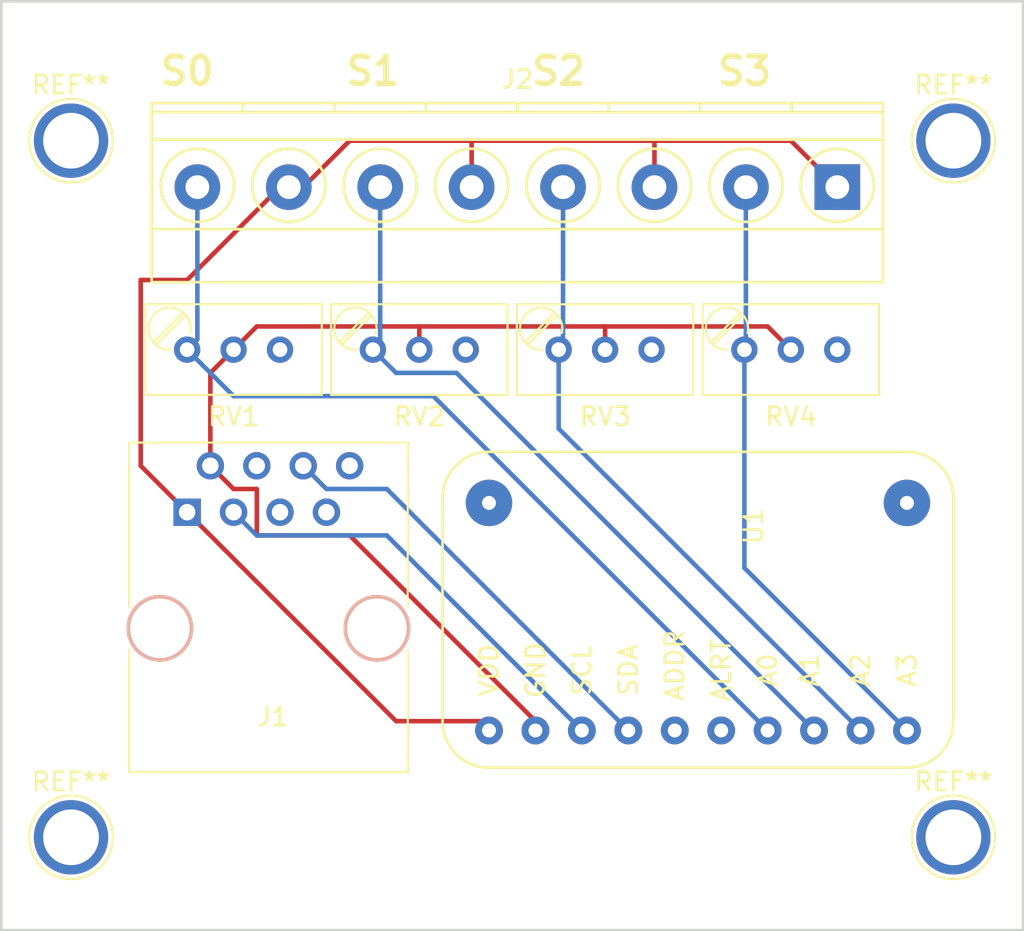
<source format=kicad_pcb>
(kicad_pcb (version 4) (host pcbnew 4.0.6)

  (general
    (links 20)
    (no_connects 0)
    (area 163.544999 63.57 217.455001 110.755)
    (thickness 1.6)
    (drawings 8)
    (tracks 59)
    (zones 0)
    (modules 11)
    (nets 19)
  )

  (page A4)
  (title_block
    (title Stress_Sensor_PCB)
  )

  (layers
    (0 F.Cu signal)
    (31 B.Cu signal)
    (32 B.Adhes user)
    (33 F.Adhes user)
    (34 B.Paste user)
    (35 F.Paste user)
    (36 B.SilkS user)
    (37 F.SilkS user)
    (38 B.Mask user)
    (39 F.Mask user)
    (40 Dwgs.User user)
    (41 Cmts.User user)
    (42 Eco1.User user)
    (43 Eco2.User user)
    (44 Edge.Cuts user)
    (45 Margin user)
    (46 B.CrtYd user)
    (47 F.CrtYd user)
    (48 B.Fab user)
    (49 F.Fab user)
  )

  (setup
    (last_trace_width 0.25)
    (trace_clearance 0.2)
    (zone_clearance 0.508)
    (zone_45_only no)
    (trace_min 0.2)
    (segment_width 0.2)
    (edge_width 0.15)
    (via_size 0.6)
    (via_drill 0.4)
    (via_min_size 0.4)
    (via_min_drill 0.3)
    (uvia_size 0.3)
    (uvia_drill 0.1)
    (uvias_allowed no)
    (uvia_min_size 0.2)
    (uvia_min_drill 0.1)
    (pcb_text_width 0.3)
    (pcb_text_size 1.5 1.5)
    (mod_edge_width 0.15)
    (mod_text_size 1 1)
    (mod_text_width 0.15)
    (pad_size 1.524 1.524)
    (pad_drill 0.762)
    (pad_to_mask_clearance 0.2)
    (aux_axis_origin 0 0)
    (visible_elements 7FFFFFFF)
    (pcbplotparams
      (layerselection 0x00030_80000001)
      (usegerberextensions false)
      (excludeedgelayer true)
      (linewidth 0.100000)
      (plotframeref false)
      (viasonmask false)
      (mode 1)
      (useauxorigin false)
      (hpglpennumber 1)
      (hpglpenspeed 20)
      (hpglpendiameter 15)
      (hpglpenoverlay 2)
      (psnegative false)
      (psa4output false)
      (plotreference true)
      (plotvalue true)
      (plotinvisibletext false)
      (padsonsilk false)
      (subtractmaskfromsilk false)
      (outputformat 1)
      (mirror false)
      (drillshape 1)
      (scaleselection 1)
      (outputdirectory ""))
  )

  (net 0 "")
  (net 1 5V)
  (net 2 GND)
  (net 3 SCL)
  (net 4 "Net-(J1-Pad4)")
  (net 5 "Net-(J1-Pad5)")
  (net 6 SDA)
  (net 7 "Net-(J1-Pad7)")
  (net 8 "Net-(J1-Pad8)")
  (net 9 A0)
  (net 10 A1)
  (net 11 A2)
  (net 12 A3)
  (net 13 "Net-(U1-Pad5)")
  (net 14 "Net-(U1-Pad6)")
  (net 15 "Net-(RV1-Pad3)")
  (net 16 "Net-(RV2-Pad3)")
  (net 17 "Net-(RV3-Pad3)")
  (net 18 "Net-(RV4-Pad3)")

  (net_class Default "This is the default net class."
    (clearance 0.2)
    (trace_width 0.25)
    (via_dia 0.6)
    (via_drill 0.4)
    (uvia_dia 0.3)
    (uvia_drill 0.1)
    (add_net 5V)
    (add_net A0)
    (add_net A1)
    (add_net A2)
    (add_net A3)
    (add_net GND)
    (add_net "Net-(J1-Pad4)")
    (add_net "Net-(J1-Pad5)")
    (add_net "Net-(J1-Pad7)")
    (add_net "Net-(J1-Pad8)")
    (add_net "Net-(RV1-Pad3)")
    (add_net "Net-(RV2-Pad3)")
    (add_net "Net-(RV3-Pad3)")
    (add_net "Net-(RV4-Pad3)")
    (add_net "Net-(U1-Pad5)")
    (add_net "Net-(U1-Pad6)")
    (add_net SCL)
    (add_net SDA)
  )

  (module Potentiometers:Potentiometer_Trimmer_Bourns_3296W (layer F.Cu) (tedit 58826ECB) (tstamp 58EEC084)
    (at 203.2 80.01 180)
    (descr "Spindle Trimmer Potentiometer, Bourns 3296W, https://www.bourns.com/pdfs/3296.pdf")
    (tags "Spindle Trimmer Potentiometer   Bourns 3296W")
    (path /58EC3826)
    (fp_text reference RV4 (at -2.54 -3.66 180) (layer F.SilkS)
      (effects (font (size 1 1) (thickness 0.15)))
    )
    (fp_text value POT (at -2.54 3.67 180) (layer F.Fab)
      (effects (font (size 1 1) (thickness 0.15)))
    )
    (fp_arc (start 0.955 1.15) (end 0.955 2.305) (angle -182) (layer F.SilkS) (width 0.12))
    (fp_arc (start 0.955 1.15) (end -0.174 0.91) (angle -103) (layer F.SilkS) (width 0.12))
    (fp_circle (center 0.955 1.15) (end 2.05 1.15) (layer F.Fab) (width 0.1))
    (fp_line (start -7.305 -2.41) (end -7.305 2.42) (layer F.Fab) (width 0.1))
    (fp_line (start -7.305 2.42) (end 2.225 2.42) (layer F.Fab) (width 0.1))
    (fp_line (start 2.225 2.42) (end 2.225 -2.41) (layer F.Fab) (width 0.1))
    (fp_line (start 2.225 -2.41) (end -7.305 -2.41) (layer F.Fab) (width 0.1))
    (fp_line (start 1.786 0.454) (end 0.259 1.981) (layer F.Fab) (width 0.1))
    (fp_line (start 1.652 0.32) (end 0.125 1.847) (layer F.Fab) (width 0.1))
    (fp_line (start -7.365 -2.47) (end 2.285 -2.47) (layer F.SilkS) (width 0.12))
    (fp_line (start -7.365 2.481) (end 2.285 2.481) (layer F.SilkS) (width 0.12))
    (fp_line (start -7.365 -2.47) (end -7.365 2.481) (layer F.SilkS) (width 0.12))
    (fp_line (start 2.285 -2.47) (end 2.285 2.481) (layer F.SilkS) (width 0.12))
    (fp_line (start 1.831 0.416) (end 0.22 2.026) (layer F.SilkS) (width 0.12))
    (fp_line (start 1.691 0.275) (end 0.079 1.885) (layer F.SilkS) (width 0.12))
    (fp_line (start -7.6 -2.7) (end -7.6 2.7) (layer F.CrtYd) (width 0.05))
    (fp_line (start -7.6 2.7) (end 2.5 2.7) (layer F.CrtYd) (width 0.05))
    (fp_line (start 2.5 2.7) (end 2.5 -2.7) (layer F.CrtYd) (width 0.05))
    (fp_line (start 2.5 -2.7) (end -7.6 -2.7) (layer F.CrtYd) (width 0.05))
    (pad 1 thru_hole circle (at 0 0 180) (size 1.44 1.44) (drill 0.8) (layers *.Cu *.Mask)
      (net 12 A3))
    (pad 2 thru_hole circle (at -2.54 0 180) (size 1.44 1.44) (drill 0.8) (layers *.Cu *.Mask)
      (net 2 GND))
    (pad 3 thru_hole circle (at -5.08 0 180) (size 1.44 1.44) (drill 0.8) (layers *.Cu *.Mask)
      (net 18 "Net-(RV4-Pad3)"))
    (model Potentiometers.3dshapes/Potentiometer_Trimmer_Bourns_3296W.wrl
      (at (xyz 0 0 0))
      (scale (xyz 1 1 1))
      (rotate (xyz 0 0 -90))
    )
  )

  (module ADS1115:ADS1115 (layer F.Cu) (tedit 58ED2B3F) (tstamp 58EEC0A6)
    (at 201.93 102.87 90)
    (path /58EC19D6)
    (fp_text reference U1 (at 13.208 1.778 90) (layer F.SilkS)
      (effects (font (size 1 1) (thickness 0.15)))
    )
    (fp_text value ADS1115 (at 12.7 -2.54 90) (layer F.Fab)
      (effects (font (size 1 1) (thickness 0.15)))
    )
    (fp_line (start 0 -12.7) (end 0 10.16) (layer F.SilkS) (width 0.15))
    (fp_line (start 2.54 12.7) (end 14.986 12.7) (layer F.SilkS) (width 0.15))
    (fp_line (start 17.272 -12.7) (end 17.272 10.16) (layer F.SilkS) (width 0.15))
    (fp_line (start 2.54 -15.24) (end 14.986 -15.24) (layer F.SilkS) (width 0.15))
    (fp_text user A3 (at 5.334 10.16 90) (layer F.SilkS)
      (effects (font (size 1 1) (thickness 0.15)))
    )
    (fp_text user A2 (at 5.334 7.62 90) (layer F.SilkS)
      (effects (font (size 1 1) (thickness 0.15)))
    )
    (fp_text user A1 (at 5.334 4.826 90) (layer F.SilkS)
      (effects (font (size 1 1) (thickness 0.15)))
    )
    (fp_text user A0 (at 5.334 2.54 90) (layer F.SilkS)
      (effects (font (size 1 1) (thickness 0.15)))
    )
    (fp_text user ALRT (at 5.334 0 90) (layer F.SilkS)
      (effects (font (size 1 1) (thickness 0.15)))
    )
    (fp_text user ADDR (at 5.588 -2.54 90) (layer F.SilkS)
      (effects (font (size 1 1) (thickness 0.15)))
    )
    (fp_text user SDA (at 5.334 -5.08 90) (layer F.SilkS)
      (effects (font (size 1 1) (thickness 0.15)))
    )
    (fp_text user SCL (at 5.334 -7.62 90) (layer F.SilkS)
      (effects (font (size 1 1) (thickness 0.15)))
    )
    (fp_text user GND (at 5.334 -10.16 90) (layer F.SilkS)
      (effects (font (size 1 1) (thickness 0.15)))
    )
    (fp_text user VDD (at 5.334 -12.7 90) (layer F.SilkS)
      (effects (font (size 1 1) (thickness 0.15)))
    )
    (fp_arc (start 14.732 10.16) (end 17.272 10.16) (angle 90) (layer F.SilkS) (width 0.15))
    (fp_arc (start 2.54 -12.7) (end 0 -12.7) (angle 90) (layer F.SilkS) (width 0.15))
    (fp_arc (start 14.732 -12.7) (end 14.732 -15.24) (angle 90) (layer F.SilkS) (width 0.15))
    (fp_arc (start 2.54 10.16) (end 2.54 12.7) (angle 90) (layer F.SilkS) (width 0.15))
    (pad 1 thru_hole circle (at 2.032 -12.7 90) (size 1.524 1.524) (drill 0.762) (layers *.Cu *.Mask)
      (net 1 5V))
    (pad 2 thru_hole circle (at 2.032 -10.16 90) (size 1.524 1.524) (drill 0.762) (layers *.Cu *.Mask)
      (net 2 GND))
    (pad 3 thru_hole circle (at 2.032 -7.62 90) (size 1.524 1.524) (drill 0.762) (layers *.Cu *.Mask)
      (net 3 SCL))
    (pad 4 thru_hole circle (at 2.032 -5.08 90) (size 1.524 1.524) (drill 0.762) (layers *.Cu *.Mask)
      (net 6 SDA))
    (pad 5 thru_hole circle (at 2.032 -2.54 90) (size 1.524 1.524) (drill 0.762) (layers *.Cu *.Mask)
      (net 13 "Net-(U1-Pad5)"))
    (pad 6 thru_hole circle (at 2.032 0 90) (size 1.524 1.524) (drill 0.762) (layers *.Cu *.Mask)
      (net 14 "Net-(U1-Pad6)"))
    (pad 7 thru_hole circle (at 2.032 2.54 90) (size 1.524 1.524) (drill 0.762) (layers *.Cu *.Mask)
      (net 9 A0))
    (pad 8 thru_hole circle (at 2.032 5.08 90) (size 1.524 1.524) (drill 0.762) (layers *.Cu *.Mask)
      (net 10 A1))
    (pad 9 thru_hole circle (at 2.032 7.62 90) (size 1.524 1.524) (drill 0.762) (layers *.Cu *.Mask)
      (net 11 A2))
    (pad 10 thru_hole circle (at 2.032 10.16 90) (size 1.524 1.524) (drill 0.762) (layers *.Cu *.Mask)
      (net 12 A3))
    (pad "" np_thru_hole circle (at 14.478 -12.7 90) (size 2.54 2.54) (drill 0.762) (layers *.Cu *.Mask))
    (pad "" np_thru_hole circle (at 14.478 10.16 90) (size 2.54 2.54) (drill 0.762) (layers *.Cu *.Mask))
  )

  (module Connectors:RJ45_8 (layer F.Cu) (tedit 0) (tstamp 58EEBFF6)
    (at 172.72 88.9)
    (tags RJ45)
    (path /58DABE0D)
    (fp_text reference J1 (at 4.7 11.18) (layer F.SilkS)
      (effects (font (size 1 1) (thickness 0.15)))
    )
    (fp_text value RJ45 (at 4.59 6.25) (layer F.Fab)
      (effects (font (size 1 1) (thickness 0.15)))
    )
    (fp_line (start -3.17 14.22) (end 12.07 14.22) (layer F.SilkS) (width 0.12))
    (fp_line (start 12.07 -3.81) (end 12.06 5.18) (layer F.SilkS) (width 0.12))
    (fp_line (start 12.07 -3.81) (end -3.17 -3.81) (layer F.SilkS) (width 0.12))
    (fp_line (start -3.17 -3.81) (end -3.17 5.19) (layer F.SilkS) (width 0.12))
    (fp_line (start 12.06 7.52) (end 12.07 14.22) (layer F.SilkS) (width 0.12))
    (fp_line (start -3.17 7.51) (end -3.17 14.22) (layer F.SilkS) (width 0.12))
    (fp_line (start -3.56 -4.06) (end 12.46 -4.06) (layer F.CrtYd) (width 0.05))
    (fp_line (start -3.56 -4.06) (end -3.56 14.47) (layer F.CrtYd) (width 0.05))
    (fp_line (start 12.46 14.47) (end 12.46 -4.06) (layer F.CrtYd) (width 0.05))
    (fp_line (start 12.46 14.47) (end -3.56 14.47) (layer F.CrtYd) (width 0.05))
    (pad Hole np_thru_hole circle (at 10.38 6.35) (size 3.65 3.65) (drill 3.25) (layers *.Cu *.SilkS *.Mask))
    (pad Hole np_thru_hole circle (at -1.49 6.35) (size 3.65 3.65) (drill 3.25) (layers *.Cu *.SilkS *.Mask))
    (pad 1 thru_hole rect (at 0 0) (size 1.5 1.5) (drill 0.9) (layers *.Cu *.Mask)
      (net 1 5V))
    (pad 2 thru_hole circle (at 1.27 -2.54) (size 1.5 1.5) (drill 0.9) (layers *.Cu *.Mask)
      (net 2 GND))
    (pad 3 thru_hole circle (at 2.54 0) (size 1.5 1.5) (drill 0.9) (layers *.Cu *.Mask)
      (net 3 SCL))
    (pad 4 thru_hole circle (at 3.81 -2.54) (size 1.5 1.5) (drill 0.9) (layers *.Cu *.Mask)
      (net 4 "Net-(J1-Pad4)"))
    (pad 5 thru_hole circle (at 5.08 0) (size 1.5 1.5) (drill 0.9) (layers *.Cu *.Mask)
      (net 5 "Net-(J1-Pad5)"))
    (pad 6 thru_hole circle (at 6.35 -2.54) (size 1.5 1.5) (drill 0.9) (layers *.Cu *.Mask)
      (net 6 SDA))
    (pad 7 thru_hole circle (at 7.62 0) (size 1.5 1.5) (drill 0.9) (layers *.Cu *.Mask)
      (net 7 "Net-(J1-Pad7)"))
    (pad 8 thru_hole circle (at 8.89 -2.54) (size 1.5 1.5) (drill 0.9) (layers *.Cu *.Mask)
      (net 8 "Net-(J1-Pad8)"))
    (model Connectors.3dshapes/RJ45_8.wrl
      (at (xyz 0.18 -0.25 0))
      (scale (xyz 0.4 0.4 0.4))
      (rotate (xyz 0 0 0))
    )
  )

  (module Connectors_Terminal_Blocks:TerminalBlock_Pheonix_MKDS1.5-8pol (layer F.Cu) (tedit 56300918) (tstamp 58EEC01C)
    (at 208.28 71.12 180)
    (descr "8-way 5mm pitch terminal block, Phoenix MKDS series")
    (path /58ECFD93)
    (fp_text reference J2 (at 17.5 5.9 180) (layer F.SilkS)
      (effects (font (size 1 1) (thickness 0.15)))
    )
    (fp_text value Screw_Terminal_1x08 (at 17.5 -6.6 180) (layer F.Fab)
      (effects (font (size 1 1) (thickness 0.15)))
    )
    (fp_line (start -2.7 4.8) (end -2.7 -5.4) (layer F.CrtYd) (width 0.05))
    (fp_line (start 37.7 4.8) (end -2.7 4.8) (layer F.CrtYd) (width 0.05))
    (fp_line (start 37.7 -5.4) (end 37.7 4.8) (layer F.CrtYd) (width 0.05))
    (fp_line (start -2.7 -5.4) (end 37.7 -5.4) (layer F.CrtYd) (width 0.05))
    (fp_circle (center 35 0.1) (end 33 0.1) (layer F.SilkS) (width 0.15))
    (fp_line (start 32.5 4.1) (end 32.5 4.6) (layer F.SilkS) (width 0.15))
    (fp_line (start 27.5 4.1) (end 27.5 4.6) (layer F.SilkS) (width 0.15))
    (fp_circle (center 30 0.1) (end 28 0.1) (layer F.SilkS) (width 0.15))
    (fp_circle (center 25 0.1) (end 23 0.1) (layer F.SilkS) (width 0.15))
    (fp_line (start 22.5 4.1) (end 22.5 4.6) (layer F.SilkS) (width 0.15))
    (fp_line (start 17.5 4.1) (end 17.5 4.6) (layer F.SilkS) (width 0.15))
    (fp_circle (center 20 0.1) (end 18 0.1) (layer F.SilkS) (width 0.15))
    (fp_line (start 12.5 4.1) (end 12.5 4.6) (layer F.SilkS) (width 0.15))
    (fp_circle (center 15 0.1) (end 13 0.1) (layer F.SilkS) (width 0.15))
    (fp_circle (center 10 0.1) (end 8 0.1) (layer F.SilkS) (width 0.15))
    (fp_line (start 7.5 4.1) (end 7.5 4.6) (layer F.SilkS) (width 0.15))
    (fp_line (start 2.5 4.1) (end 2.5 4.6) (layer F.SilkS) (width 0.15))
    (fp_circle (center 5 0.1) (end 3 0.1) (layer F.SilkS) (width 0.15))
    (fp_circle (center 0 0.1) (end 2 0.1) (layer F.SilkS) (width 0.15))
    (fp_line (start -2.5 2.6) (end 37.5 2.6) (layer F.SilkS) (width 0.15))
    (fp_line (start -2.5 -2.3) (end 37.5 -2.3) (layer F.SilkS) (width 0.15))
    (fp_line (start -2.5 4.1) (end 37.5 4.1) (layer F.SilkS) (width 0.15))
    (fp_line (start -2.5 4.6) (end 37.5 4.6) (layer F.SilkS) (width 0.15))
    (fp_line (start 37.5 4.6) (end 37.5 -5.2) (layer F.SilkS) (width 0.15))
    (fp_line (start 37.5 -5.2) (end -2.5 -5.2) (layer F.SilkS) (width 0.15))
    (fp_line (start -2.5 -5.2) (end -2.5 4.6) (layer F.SilkS) (width 0.15))
    (pad 8 thru_hole circle (at 35 0 180) (size 2.5 2.5) (drill 1.3) (layers *.Cu *.Mask)
      (net 9 A0))
    (pad 7 thru_hole circle (at 30 0 180) (size 2.5 2.5) (drill 1.3) (layers *.Cu *.Mask)
      (net 1 5V))
    (pad 6 thru_hole circle (at 25 0 180) (size 2.5 2.5) (drill 1.3) (layers *.Cu *.Mask)
      (net 10 A1))
    (pad 5 thru_hole circle (at 20 0 180) (size 2.5 2.5) (drill 1.3) (layers *.Cu *.Mask)
      (net 1 5V))
    (pad 4 thru_hole circle (at 15 0 180) (size 2.5 2.5) (drill 1.3) (layers *.Cu *.Mask)
      (net 11 A2))
    (pad 3 thru_hole circle (at 10 0 180) (size 2.5 2.5) (drill 1.3) (layers *.Cu *.Mask)
      (net 1 5V))
    (pad 1 thru_hole rect (at 0 0 180) (size 2.5 2.5) (drill 1.3) (layers *.Cu *.Mask)
      (net 1 5V))
    (pad 2 thru_hole circle (at 5 0 180) (size 2.5 2.5) (drill 1.3) (layers *.Cu *.Mask)
      (net 12 A3))
    (model Terminal_Blocks.3dshapes/TerminalBlock_Pheonix_MKDS1.5-8pol.wrl
      (at (xyz 0.68897 0 0))
      (scale (xyz 1 1 1))
      (rotate (xyz 0 0 0))
    )
  )

  (module Potentiometers:Potentiometer_Trimmer_Bourns_3296W (layer F.Cu) (tedit 58826ECB) (tstamp 58EEC036)
    (at 172.72 80.01 180)
    (descr "Spindle Trimmer Potentiometer, Bourns 3296W, https://www.bourns.com/pdfs/3296.pdf")
    (tags "Spindle Trimmer Potentiometer   Bourns 3296W")
    (path /58EC08D9)
    (fp_text reference RV1 (at -2.54 -3.66 180) (layer F.SilkS)
      (effects (font (size 1 1) (thickness 0.15)))
    )
    (fp_text value POT (at -2.54 3.67 180) (layer F.Fab)
      (effects (font (size 1 1) (thickness 0.15)))
    )
    (fp_arc (start 0.955 1.15) (end 0.955 2.305) (angle -182) (layer F.SilkS) (width 0.12))
    (fp_arc (start 0.955 1.15) (end -0.174 0.91) (angle -103) (layer F.SilkS) (width 0.12))
    (fp_circle (center 0.955 1.15) (end 2.05 1.15) (layer F.Fab) (width 0.1))
    (fp_line (start -7.305 -2.41) (end -7.305 2.42) (layer F.Fab) (width 0.1))
    (fp_line (start -7.305 2.42) (end 2.225 2.42) (layer F.Fab) (width 0.1))
    (fp_line (start 2.225 2.42) (end 2.225 -2.41) (layer F.Fab) (width 0.1))
    (fp_line (start 2.225 -2.41) (end -7.305 -2.41) (layer F.Fab) (width 0.1))
    (fp_line (start 1.786 0.454) (end 0.259 1.981) (layer F.Fab) (width 0.1))
    (fp_line (start 1.652 0.32) (end 0.125 1.847) (layer F.Fab) (width 0.1))
    (fp_line (start -7.365 -2.47) (end 2.285 -2.47) (layer F.SilkS) (width 0.12))
    (fp_line (start -7.365 2.481) (end 2.285 2.481) (layer F.SilkS) (width 0.12))
    (fp_line (start -7.365 -2.47) (end -7.365 2.481) (layer F.SilkS) (width 0.12))
    (fp_line (start 2.285 -2.47) (end 2.285 2.481) (layer F.SilkS) (width 0.12))
    (fp_line (start 1.831 0.416) (end 0.22 2.026) (layer F.SilkS) (width 0.12))
    (fp_line (start 1.691 0.275) (end 0.079 1.885) (layer F.SilkS) (width 0.12))
    (fp_line (start -7.6 -2.7) (end -7.6 2.7) (layer F.CrtYd) (width 0.05))
    (fp_line (start -7.6 2.7) (end 2.5 2.7) (layer F.CrtYd) (width 0.05))
    (fp_line (start 2.5 2.7) (end 2.5 -2.7) (layer F.CrtYd) (width 0.05))
    (fp_line (start 2.5 -2.7) (end -7.6 -2.7) (layer F.CrtYd) (width 0.05))
    (pad 1 thru_hole circle (at 0 0 180) (size 1.44 1.44) (drill 0.8) (layers *.Cu *.Mask)
      (net 9 A0))
    (pad 2 thru_hole circle (at -2.54 0 180) (size 1.44 1.44) (drill 0.8) (layers *.Cu *.Mask)
      (net 2 GND))
    (pad 3 thru_hole circle (at -5.08 0 180) (size 1.44 1.44) (drill 0.8) (layers *.Cu *.Mask)
      (net 15 "Net-(RV1-Pad3)"))
    (model Potentiometers.3dshapes/Potentiometer_Trimmer_Bourns_3296W.wrl
      (at (xyz 0 0 0))
      (scale (xyz 1 1 1))
      (rotate (xyz 0 0 -90))
    )
  )

  (module Potentiometers:Potentiometer_Trimmer_Bourns_3296W (layer F.Cu) (tedit 58826ECB) (tstamp 58EEC050)
    (at 182.88 80.01 180)
    (descr "Spindle Trimmer Potentiometer, Bourns 3296W, https://www.bourns.com/pdfs/3296.pdf")
    (tags "Spindle Trimmer Potentiometer   Bourns 3296W")
    (path /58EC3792)
    (fp_text reference RV2 (at -2.54 -3.66 180) (layer F.SilkS)
      (effects (font (size 1 1) (thickness 0.15)))
    )
    (fp_text value POT (at -2.54 3.67 180) (layer F.Fab)
      (effects (font (size 1 1) (thickness 0.15)))
    )
    (fp_arc (start 0.955 1.15) (end 0.955 2.305) (angle -182) (layer F.SilkS) (width 0.12))
    (fp_arc (start 0.955 1.15) (end -0.174 0.91) (angle -103) (layer F.SilkS) (width 0.12))
    (fp_circle (center 0.955 1.15) (end 2.05 1.15) (layer F.Fab) (width 0.1))
    (fp_line (start -7.305 -2.41) (end -7.305 2.42) (layer F.Fab) (width 0.1))
    (fp_line (start -7.305 2.42) (end 2.225 2.42) (layer F.Fab) (width 0.1))
    (fp_line (start 2.225 2.42) (end 2.225 -2.41) (layer F.Fab) (width 0.1))
    (fp_line (start 2.225 -2.41) (end -7.305 -2.41) (layer F.Fab) (width 0.1))
    (fp_line (start 1.786 0.454) (end 0.259 1.981) (layer F.Fab) (width 0.1))
    (fp_line (start 1.652 0.32) (end 0.125 1.847) (layer F.Fab) (width 0.1))
    (fp_line (start -7.365 -2.47) (end 2.285 -2.47) (layer F.SilkS) (width 0.12))
    (fp_line (start -7.365 2.481) (end 2.285 2.481) (layer F.SilkS) (width 0.12))
    (fp_line (start -7.365 -2.47) (end -7.365 2.481) (layer F.SilkS) (width 0.12))
    (fp_line (start 2.285 -2.47) (end 2.285 2.481) (layer F.SilkS) (width 0.12))
    (fp_line (start 1.831 0.416) (end 0.22 2.026) (layer F.SilkS) (width 0.12))
    (fp_line (start 1.691 0.275) (end 0.079 1.885) (layer F.SilkS) (width 0.12))
    (fp_line (start -7.6 -2.7) (end -7.6 2.7) (layer F.CrtYd) (width 0.05))
    (fp_line (start -7.6 2.7) (end 2.5 2.7) (layer F.CrtYd) (width 0.05))
    (fp_line (start 2.5 2.7) (end 2.5 -2.7) (layer F.CrtYd) (width 0.05))
    (fp_line (start 2.5 -2.7) (end -7.6 -2.7) (layer F.CrtYd) (width 0.05))
    (pad 1 thru_hole circle (at 0 0 180) (size 1.44 1.44) (drill 0.8) (layers *.Cu *.Mask)
      (net 10 A1))
    (pad 2 thru_hole circle (at -2.54 0 180) (size 1.44 1.44) (drill 0.8) (layers *.Cu *.Mask)
      (net 2 GND))
    (pad 3 thru_hole circle (at -5.08 0 180) (size 1.44 1.44) (drill 0.8) (layers *.Cu *.Mask)
      (net 16 "Net-(RV2-Pad3)"))
    (model Potentiometers.3dshapes/Potentiometer_Trimmer_Bourns_3296W.wrl
      (at (xyz 0 0 0))
      (scale (xyz 1 1 1))
      (rotate (xyz 0 0 -90))
    )
  )

  (module Potentiometers:Potentiometer_Trimmer_Bourns_3296W (layer F.Cu) (tedit 58826ECB) (tstamp 58EEC06A)
    (at 193.04 80.01 180)
    (descr "Spindle Trimmer Potentiometer, Bourns 3296W, https://www.bourns.com/pdfs/3296.pdf")
    (tags "Spindle Trimmer Potentiometer   Bourns 3296W")
    (path /58EC37EB)
    (fp_text reference RV3 (at -2.54 -3.66 180) (layer F.SilkS)
      (effects (font (size 1 1) (thickness 0.15)))
    )
    (fp_text value POT (at -2.54 3.67 180) (layer F.Fab)
      (effects (font (size 1 1) (thickness 0.15)))
    )
    (fp_arc (start 0.955 1.15) (end 0.955 2.305) (angle -182) (layer F.SilkS) (width 0.12))
    (fp_arc (start 0.955 1.15) (end -0.174 0.91) (angle -103) (layer F.SilkS) (width 0.12))
    (fp_circle (center 0.955 1.15) (end 2.05 1.15) (layer F.Fab) (width 0.1))
    (fp_line (start -7.305 -2.41) (end -7.305 2.42) (layer F.Fab) (width 0.1))
    (fp_line (start -7.305 2.42) (end 2.225 2.42) (layer F.Fab) (width 0.1))
    (fp_line (start 2.225 2.42) (end 2.225 -2.41) (layer F.Fab) (width 0.1))
    (fp_line (start 2.225 -2.41) (end -7.305 -2.41) (layer F.Fab) (width 0.1))
    (fp_line (start 1.786 0.454) (end 0.259 1.981) (layer F.Fab) (width 0.1))
    (fp_line (start 1.652 0.32) (end 0.125 1.847) (layer F.Fab) (width 0.1))
    (fp_line (start -7.365 -2.47) (end 2.285 -2.47) (layer F.SilkS) (width 0.12))
    (fp_line (start -7.365 2.481) (end 2.285 2.481) (layer F.SilkS) (width 0.12))
    (fp_line (start -7.365 -2.47) (end -7.365 2.481) (layer F.SilkS) (width 0.12))
    (fp_line (start 2.285 -2.47) (end 2.285 2.481) (layer F.SilkS) (width 0.12))
    (fp_line (start 1.831 0.416) (end 0.22 2.026) (layer F.SilkS) (width 0.12))
    (fp_line (start 1.691 0.275) (end 0.079 1.885) (layer F.SilkS) (width 0.12))
    (fp_line (start -7.6 -2.7) (end -7.6 2.7) (layer F.CrtYd) (width 0.05))
    (fp_line (start -7.6 2.7) (end 2.5 2.7) (layer F.CrtYd) (width 0.05))
    (fp_line (start 2.5 2.7) (end 2.5 -2.7) (layer F.CrtYd) (width 0.05))
    (fp_line (start 2.5 -2.7) (end -7.6 -2.7) (layer F.CrtYd) (width 0.05))
    (pad 1 thru_hole circle (at 0 0 180) (size 1.44 1.44) (drill 0.8) (layers *.Cu *.Mask)
      (net 11 A2))
    (pad 2 thru_hole circle (at -2.54 0 180) (size 1.44 1.44) (drill 0.8) (layers *.Cu *.Mask)
      (net 2 GND))
    (pad 3 thru_hole circle (at -5.08 0 180) (size 1.44 1.44) (drill 0.8) (layers *.Cu *.Mask)
      (net 17 "Net-(RV3-Pad3)"))
    (model Potentiometers.3dshapes/Potentiometer_Trimmer_Bourns_3296W.wrl
      (at (xyz 0 0 0))
      (scale (xyz 1 1 1))
      (rotate (xyz 0 0 -90))
    )
  )

  (module Connectors:1pin (layer F.Cu) (tedit 5861332C) (tstamp 58EEC6FA)
    (at 214.63 68.58)
    (descr "module 1 pin (ou trou mecanique de percage)")
    (tags DEV)
    (fp_text reference REF** (at 0 -3.048) (layer F.SilkS)
      (effects (font (size 1 1) (thickness 0.15)))
    )
    (fp_text value 1pin (at 0 3) (layer F.Fab)
      (effects (font (size 1 1) (thickness 0.15)))
    )
    (fp_circle (center 0 0) (end 2 0.8) (layer F.Fab) (width 0.1))
    (fp_circle (center 0 0) (end 2.6 0) (layer F.CrtYd) (width 0.05))
    (fp_circle (center 0 0) (end 0 -2.286) (layer F.SilkS) (width 0.12))
    (pad 1 thru_hole circle (at 0 0) (size 4.064 4.064) (drill 3.048) (layers *.Cu *.Mask))
  )

  (module Connectors:1pin (layer F.Cu) (tedit 5861332C) (tstamp 58EEC702)
    (at 166.37 68.58)
    (descr "module 1 pin (ou trou mecanique de percage)")
    (tags DEV)
    (fp_text reference REF** (at 0 -3.048) (layer F.SilkS)
      (effects (font (size 1 1) (thickness 0.15)))
    )
    (fp_text value 1pin (at 0 3) (layer F.Fab)
      (effects (font (size 1 1) (thickness 0.15)))
    )
    (fp_circle (center 0 0) (end 2 0.8) (layer F.Fab) (width 0.1))
    (fp_circle (center 0 0) (end 2.6 0) (layer F.CrtYd) (width 0.05))
    (fp_circle (center 0 0) (end 0 -2.286) (layer F.SilkS) (width 0.12))
    (pad 1 thru_hole circle (at 0 0) (size 4.064 4.064) (drill 3.048) (layers *.Cu *.Mask))
  )

  (module Connectors:1pin (layer F.Cu) (tedit 5861332C) (tstamp 58EEC70A)
    (at 214.63 106.68)
    (descr "module 1 pin (ou trou mecanique de percage)")
    (tags DEV)
    (fp_text reference REF** (at 0 -3.048) (layer F.SilkS)
      (effects (font (size 1 1) (thickness 0.15)))
    )
    (fp_text value 1pin (at 0 3) (layer F.Fab)
      (effects (font (size 1 1) (thickness 0.15)))
    )
    (fp_circle (center 0 0) (end 2 0.8) (layer F.Fab) (width 0.1))
    (fp_circle (center 0 0) (end 2.6 0) (layer F.CrtYd) (width 0.05))
    (fp_circle (center 0 0) (end 0 -2.286) (layer F.SilkS) (width 0.12))
    (pad 1 thru_hole circle (at 0 0) (size 4.064 4.064) (drill 3.048) (layers *.Cu *.Mask))
  )

  (module Connectors:1pin (layer F.Cu) (tedit 5861332C) (tstamp 58EEC712)
    (at 166.37 106.68)
    (descr "module 1 pin (ou trou mecanique de percage)")
    (tags DEV)
    (fp_text reference REF** (at 0 -3.048) (layer F.SilkS)
      (effects (font (size 1 1) (thickness 0.15)))
    )
    (fp_text value 1pin (at 0 3) (layer F.Fab)
      (effects (font (size 1 1) (thickness 0.15)))
    )
    (fp_circle (center 0 0) (end 2 0.8) (layer F.Fab) (width 0.1))
    (fp_circle (center 0 0) (end 2.6 0) (layer F.CrtYd) (width 0.05))
    (fp_circle (center 0 0) (end 0 -2.286) (layer F.SilkS) (width 0.12))
    (pad 1 thru_hole circle (at 0 0) (size 4.064 4.064) (drill 3.048) (layers *.Cu *.Mask))
  )

  (gr_line (start 218.44 111.76) (end 218.44 60.96) (angle 90) (layer Edge.Cuts) (width 0.15))
  (gr_line (start 162.56 111.76) (end 218.44 111.76) (angle 90) (layer Edge.Cuts) (width 0.15))
  (gr_line (start 162.56 60.96) (end 162.56 111.76) (angle 90) (layer Edge.Cuts) (width 0.15))
  (gr_line (start 218.44 60.96) (end 162.56 60.96) (angle 90) (layer Edge.Cuts) (width 0.15))
  (gr_text S3 (at 203.2 64.77) (layer F.SilkS)
    (effects (font (size 1.5 1.5) (thickness 0.3)))
  )
  (gr_text S2 (at 193.04 64.77) (layer F.SilkS)
    (effects (font (size 1.5 1.5) (thickness 0.3)))
  )
  (gr_text S1 (at 182.88 64.77) (layer F.SilkS)
    (effects (font (size 1.5 1.5) (thickness 0.3)))
  )
  (gr_text S0 (at 172.72 64.77) (layer F.SilkS)
    (effects (font (size 1.5 1.5) (thickness 0.3)))
  )

  (segment (start 172.72 88.9) (end 184.15 100.33) (width 0.25) (layer F.Cu) (net 1))
  (segment (start 184.15 100.33) (end 188.722 100.33) (width 0.25) (layer F.Cu) (net 1) (tstamp 58EEC6DE))
  (segment (start 188.722 100.33) (end 189.23 100.838) (width 0.25) (layer F.Cu) (net 1) (tstamp 58EEC6DF))
  (segment (start 178.28 71.12) (end 177.8 71.12) (width 0.25) (layer F.Cu) (net 1) (status 30))
  (segment (start 177.8 71.12) (end 172.72 76.2) (width 0.25) (layer F.Cu) (net 1) (tstamp 58EEC55E) (status 10))
  (segment (start 170.18 86.36) (end 172.72 88.9) (width 0.25) (layer F.Cu) (net 1) (tstamp 58EEC562) (status 20))
  (segment (start 170.18 76.2) (end 170.18 86.36) (width 0.25) (layer F.Cu) (net 1) (tstamp 58EEC561))
  (segment (start 172.72 76.2) (end 170.18 76.2) (width 0.25) (layer F.Cu) (net 1) (tstamp 58EEC55F))
  (segment (start 188.28 71.12) (end 188.28 68.58) (width 0.25) (layer F.Cu) (net 1) (status 10))
  (segment (start 188.28 68.58) (end 187.96 68.58) (width 0.25) (layer F.Cu) (net 1) (tstamp 58EEC559))
  (segment (start 198.28 71.12) (end 198.28 68.58) (width 0.25) (layer F.Cu) (net 1) (status 10))
  (segment (start 198.28 68.58) (end 198.12 68.58) (width 0.25) (layer F.Cu) (net 1) (tstamp 58EEC554))
  (segment (start 178.28 71.12) (end 179.07 71.12) (width 0.25) (layer F.Cu) (net 1) (status 30))
  (segment (start 179.07 71.12) (end 181.61 68.58) (width 0.25) (layer F.Cu) (net 1) (tstamp 58EEC54D) (status 10))
  (segment (start 181.61 68.58) (end 187.96 68.58) (width 0.25) (layer F.Cu) (net 1) (tstamp 58EEC54E))
  (segment (start 187.96 68.58) (end 198.12 68.58) (width 0.25) (layer F.Cu) (net 1) (tstamp 58EEC55C))
  (segment (start 198.12 68.58) (end 205.74 68.58) (width 0.25) (layer F.Cu) (net 1) (tstamp 58EEC557))
  (segment (start 205.74 68.58) (end 208.28 71.12) (width 0.25) (layer F.Cu) (net 1) (tstamp 58EEC550) (status 20))
  (segment (start 173.99 86.36) (end 175.26 87.63) (width 0.25) (layer F.Cu) (net 2))
  (segment (start 181.61 90.17) (end 191.77 100.33) (width 0.25) (layer F.Cu) (net 2) (tstamp 58EEC6E5))
  (segment (start 176.53 90.17) (end 181.61 90.17) (width 0.25) (layer F.Cu) (net 2) (tstamp 58EEC6E4))
  (segment (start 176.53 87.63) (end 176.53 90.17) (width 0.25) (layer F.Cu) (net 2) (tstamp 58EEC6E3))
  (segment (start 175.26 87.63) (end 176.53 87.63) (width 0.25) (layer F.Cu) (net 2) (tstamp 58EEC6E2))
  (segment (start 191.77 100.33) (end 191.77 100.838) (width 0.25) (layer F.Cu) (net 2) (tstamp 58EEC6E6))
  (segment (start 185.42 80.01) (end 185.42 78.74) (width 0.25) (layer F.Cu) (net 2) (status 10))
  (segment (start 195.58 80.01) (end 195.58 78.74) (width 0.25) (layer F.Cu) (net 2) (status 10))
  (segment (start 175.26 80.01) (end 176.53 78.74) (width 0.25) (layer F.Cu) (net 2) (status 10))
  (segment (start 204.47 78.74) (end 205.74 80.01) (width 0.25) (layer F.Cu) (net 2) (tstamp 58EEC570) (status 20))
  (segment (start 176.53 78.74) (end 185.42 78.74) (width 0.25) (layer F.Cu) (net 2) (tstamp 58EEC56F))
  (segment (start 185.42 78.74) (end 195.58 78.74) (width 0.25) (layer F.Cu) (net 2) (tstamp 58EEC57A))
  (segment (start 195.58 78.74) (end 204.47 78.74) (width 0.25) (layer F.Cu) (net 2) (tstamp 58EEC576))
  (segment (start 173.99 86.36) (end 173.99 81.28) (width 0.25) (layer F.Cu) (net 2) (status 10))
  (segment (start 173.99 81.28) (end 175.26 80.01) (width 0.25) (layer F.Cu) (net 2) (tstamp 58EEC56B) (status 20))
  (segment (start 175.26 88.9) (end 176.53 90.17) (width 0.25) (layer B.Cu) (net 3))
  (segment (start 183.642 90.17) (end 194.31 100.838) (width 0.25) (layer B.Cu) (net 3) (tstamp 58EEC6F5))
  (segment (start 176.53 90.17) (end 183.642 90.17) (width 0.25) (layer B.Cu) (net 3) (tstamp 58EEC6F4))
  (segment (start 179.07 86.36) (end 180.34 87.63) (width 0.25) (layer B.Cu) (net 6))
  (segment (start 183.642 87.63) (end 196.85 100.838) (width 0.25) (layer B.Cu) (net 6) (tstamp 58EEC6F0))
  (segment (start 180.34 87.63) (end 183.642 87.63) (width 0.25) (layer B.Cu) (net 6) (tstamp 58EEC6EF))
  (segment (start 196.85 100.33) (end 196.85 100.838) (width 0.25) (layer B.Cu) (net 6) (tstamp 58EEC6EB))
  (segment (start 172.72 80.01) (end 173.99 81.28) (width 0.25) (layer B.Cu) (net 9))
  (segment (start 186.182 82.55) (end 204.47 100.838) (width 0.25) (layer B.Cu) (net 9) (tstamp 58EEC6D6))
  (segment (start 175.26 82.55) (end 186.182 82.55) (width 0.25) (layer B.Cu) (net 9) (tstamp 58EEC6D5))
  (segment (start 173.99 81.28) (end 175.26 82.55) (width 0.25) (layer B.Cu) (net 9) (tstamp 58EEC6D4))
  (segment (start 173.28 71.12) (end 173.28 79.45) (width 0.25) (layer B.Cu) (net 9) (status 10))
  (segment (start 173.28 79.45) (end 172.72 80.01) (width 0.25) (layer B.Cu) (net 9) (tstamp 58EEC59F) (status 20))
  (segment (start 182.88 80.01) (end 184.15 81.28) (width 0.25) (layer B.Cu) (net 10))
  (segment (start 187.452 81.28) (end 207.01 100.838) (width 0.25) (layer B.Cu) (net 10) (tstamp 58EEC6D0))
  (segment (start 184.15 81.28) (end 187.452 81.28) (width 0.25) (layer B.Cu) (net 10) (tstamp 58EEC6CF))
  (segment (start 183.28 71.12) (end 183.28 79.61) (width 0.25) (layer B.Cu) (net 10) (status 30))
  (segment (start 183.28 79.61) (end 182.88 80.01) (width 0.25) (layer B.Cu) (net 10) (tstamp 58EEC5A2) (status 30))
  (segment (start 193.04 80.01) (end 193.04 84.328) (width 0.25) (layer B.Cu) (net 11))
  (segment (start 193.04 84.328) (end 209.55 100.838) (width 0.25) (layer B.Cu) (net 11) (tstamp 58EEC6CA))
  (segment (start 193.28 71.12) (end 193.28 79.77) (width 0.25) (layer B.Cu) (net 11) (status 30))
  (segment (start 193.28 79.77) (end 193.04 80.01) (width 0.25) (layer B.Cu) (net 11) (tstamp 58EEC5A5) (status 30))
  (segment (start 203.2 80.01) (end 203.2 91.948) (width 0.25) (layer B.Cu) (net 12))
  (segment (start 203.2 91.948) (end 212.09 100.838) (width 0.25) (layer B.Cu) (net 12) (tstamp 58EEC6C6))
  (segment (start 203.28 71.12) (end 203.28 79.93) (width 0.25) (layer B.Cu) (net 12) (status 30))
  (segment (start 203.28 79.93) (end 203.2 80.01) (width 0.25) (layer B.Cu) (net 12) (tstamp 58EEC5A8) (status 30))

)

</source>
